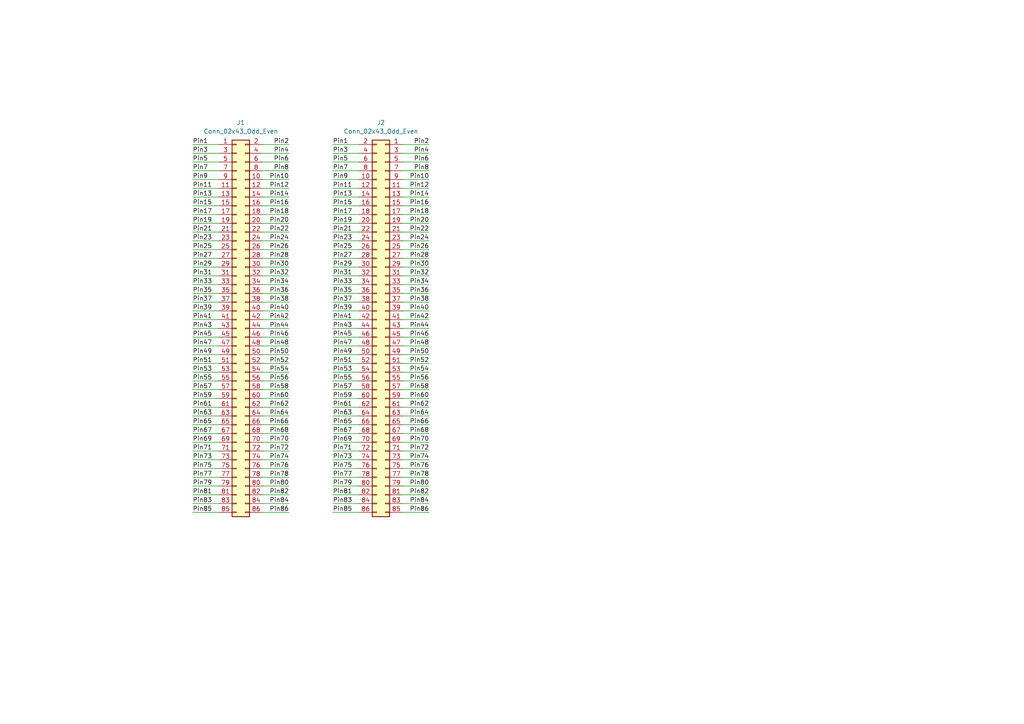
<source format=kicad_sch>
(kicad_sch (version 20231120) (generator "eeschema") (generator_version "8.0")
  (paper "A4")
  (lib_symbols
    (symbol "connectors:Conn_02x43_Odd_Even" (pin_names (offset 1.016) hide)
      (property "Reference" "J" (at 1.27 50.8 0))
      (property "Value" "Conn_02x43_Odd_Even" (at 1.016 -61.722 0))
      (symbol "Conn_02x43_Odd_Even_1_1"
        (rectangle (start -1.2833 -58.2784) (end -0.0133 -58.5324) (stroke (width 0.1524)))
        (rectangle (start -1.2833 -55.7384) (end -0.0133 -55.9924) (stroke (width 0.1524)))
        (rectangle (start -1.2833 -53.1984) (end -0.0133 -53.4524) (stroke (width 0.1524)))
        (rectangle (start -1.27 -50.673) (end 0 -50.927) (stroke (width 0.1524)))
        (rectangle (start -1.27 -48.133) (end 0 -48.387) (stroke (width 0.1524)))
        (rectangle (start -1.27 -45.593) (end 0 -45.847) (stroke (width 0.1524)))
        (rectangle (start -1.27 -43.053) (end 0 -43.307) (stroke (width 0.1524)))
        (rectangle (start -1.27 -40.513) (end 0 -40.767) (stroke (width 0.1524)))
        (rectangle (start -1.27 -37.973) (end 0 -38.227) (stroke (width 0.1524)))
        (rectangle (start -1.27 -35.433) (end 0 -35.687) (stroke (width 0.1524)))
        (rectangle (start -1.27 -32.893) (end 0 -33.147) (stroke (width 0.1524)))
        (rectangle (start -1.27 -30.353) (end 0 -30.607) (stroke (width 0.1524)))
        (rectangle (start -1.27 -27.813) (end 0 -28.067) (stroke (width 0.1524)))
        (rectangle (start -1.27 -25.273) (end 0 -25.527) (stroke (width 0.1524)))
        (rectangle (start -1.27 -22.733) (end 0 -22.987) (stroke (width 0.1524)))
        (rectangle (start -1.27 -20.193) (end 0 -20.447) (stroke (width 0.1524)))
        (rectangle (start -1.27 -17.653) (end 0 -17.907) (stroke (width 0.1524)))
        (rectangle (start -1.27 -15.113) (end 0 -15.367) (stroke (width 0.1524)))
        (rectangle (start -1.27 -12.573) (end 0 -12.827) (stroke (width 0.1524)))
        (rectangle (start -1.27 -10.033) (end 0 -10.287) (stroke (width 0.1524)))
        (rectangle (start -1.27 -7.493) (end 0 -7.747) (stroke (width 0.1524)))
        (rectangle (start -1.27 -4.953) (end 0 -5.207) (stroke (width 0.1524)))
        (rectangle (start -1.27 -2.413) (end 0 -2.667) (stroke (width 0.1524)))
        (rectangle (start -1.27 0.127) (end 0 -0.127) (stroke (width 0.1524)))
        (rectangle (start -1.27 2.667) (end 0 2.413) (stroke (width 0.1524)))
        (rectangle (start -1.27 5.207) (end 0 4.953) (stroke (width 0.1524)))
        (rectangle (start -1.27 7.747) (end 0 7.493) (stroke (width 0.1524)))
        (rectangle (start -1.27 10.287) (end 0 10.033) (stroke (width 0.1524)))
        (rectangle (start -1.27 12.827) (end 0 12.573) (stroke (width 0.1524)))
        (rectangle (start -1.27 15.367) (end 0 15.113) (stroke (width 0.1524)))
        (rectangle (start -1.27 17.907) (end 0 17.653) (stroke (width 0.1524)))
        (rectangle (start -1.27 20.447) (end 0 20.193) (stroke (width 0.1524)))
        (rectangle (start -1.27 22.987) (end 0 22.733) (stroke (width 0.1524)))
        (rectangle (start -1.27 25.527) (end 0 25.273) (stroke (width 0.1524)))
        (rectangle (start -1.27 28.067) (end 0 27.813) (stroke (width 0.1524)))
        (rectangle (start -1.27 30.607) (end 0 30.353) (stroke (width 0.1524)))
        (rectangle (start -1.27 33.147) (end 0 32.893) (stroke (width 0.1524)))
        (rectangle (start -1.27 35.687) (end 0 35.433) (stroke (width 0.1524)))
        (rectangle (start -1.27 38.227) (end 0 37.973) (stroke (width 0.1524)))
        (rectangle (start -1.27 40.767) (end 0 40.513) (stroke (width 0.1524)))
        (rectangle (start -1.27 43.307) (end 0 43.053) (stroke (width 0.1524)))
        (rectangle (start -1.27 45.847) (end 0 45.593) (stroke (width 0.1524)))
        (rectangle (start -1.27 48.387) (end 0 48.133) (stroke (width 0.1524)))
        (rectangle (start -1.27 49.53) (end 3.81 -59.69) (stroke (width 0.254)) (fill (type background)))
        (rectangle (start 2.5267 -58.2784) (end 3.7967 -58.5324) (stroke (width 0.1524)))
        (rectangle (start 2.5267 -55.7384) (end 3.7967 -55.9924) (stroke (width 0.1524)))
        (rectangle (start 2.5267 -53.1984) (end 3.7967 -53.4524) (stroke (width 0.1524)))
        (rectangle (start 2.54 -50.673) (end 3.81 -50.927) (stroke (width 0.1524)))
        (rectangle (start 3.81 -48.133) (end 2.54 -48.387) (stroke (width 0.1524)))
        (rectangle (start 3.81 -45.593) (end 2.54 -45.847) (stroke (width 0.1524)))
        (rectangle (start 3.81 -43.053) (end 2.54 -43.307) (stroke (width 0.1524)))
        (rectangle (start 3.81 -40.513) (end 2.54 -40.767) (stroke (width 0.1524)))
        (rectangle (start 3.81 -37.973) (end 2.54 -38.227) (stroke (width 0.1524)))
        (rectangle (start 3.81 -35.433) (end 2.54 -35.687) (stroke (width 0.1524)))
        (rectangle (start 3.81 -32.893) (end 2.54 -33.147) (stroke (width 0.1524)))
        (rectangle (start 3.81 -30.353) (end 2.54 -30.607) (stroke (width 0.1524)))
        (rectangle (start 3.81 -27.813) (end 2.54 -28.067) (stroke (width 0.1524)))
        (rectangle (start 3.81 -25.273) (end 2.54 -25.527) (stroke (width 0.1524)))
        (rectangle (start 3.81 -22.733) (end 2.54 -22.987) (stroke (width 0.1524)))
        (rectangle (start 3.81 -20.193) (end 2.54 -20.447) (stroke (width 0.1524)))
        (rectangle (start 3.81 -17.653) (end 2.54 -17.907) (stroke (width 0.1524)))
        (rectangle (start 3.81 -15.113) (end 2.54 -15.367) (stroke (width 0.1524)))
        (rectangle (start 3.81 -12.573) (end 2.54 -12.827) (stroke (width 0.1524)))
        (rectangle (start 3.81 -10.033) (end 2.54 -10.287) (stroke (width 0.1524)))
        (rectangle (start 3.81 -7.493) (end 2.54 -7.747) (stroke (width 0.1524)))
        (rectangle (start 3.81 -4.953) (end 2.54 -5.207) (stroke (width 0.1524)))
        (rectangle (start 3.81 -2.413) (end 2.54 -2.667) (stroke (width 0.1524)))
        (rectangle (start 3.81 0.127) (end 2.54 -0.127) (stroke (width 0.1524)))
        (rectangle (start 3.81 2.667) (end 2.54 2.413) (stroke (width 0.1524)))
        (rectangle (start 3.81 5.207) (end 2.54 4.953) (stroke (width 0.1524)))
        (rectangle (start 3.81 7.747) (end 2.54 7.493) (stroke (width 0.1524)))
        (rectangle (start 3.81 10.287) (end 2.54 10.033) (stroke (width 0.1524)))
        (rectangle (start 3.81 12.827) (end 2.54 12.573) (stroke (width 0.1524)))
        (rectangle (start 3.81 15.367) (end 2.54 15.113) (stroke (width 0.1524)))
        (rectangle (start 3.81 17.907) (end 2.54 17.653) (stroke (width 0.1524)))
        (rectangle (start 3.81 20.447) (end 2.54 20.193) (stroke (width 0.1524)))
        (rectangle (start 3.81 22.987) (end 2.54 22.733) (stroke (width 0.1524)))
        (rectangle (start 3.81 25.527) (end 2.54 25.273) (stroke (width 0.1524)))
        (rectangle (start 3.81 28.067) (end 2.54 27.813) (stroke (width 0.1524)))
        (rectangle (start 3.81 30.607) (end 2.54 30.353) (stroke (width 0.1524)))
        (rectangle (start 3.81 33.147) (end 2.54 32.893) (stroke (width 0.1524)))
        (rectangle (start 3.81 35.687) (end 2.54 35.433) (stroke (width 0.1524)))
        (rectangle (start 3.81 38.227) (end 2.54 37.973) (stroke (width 0.1524)))
        (rectangle (start 3.81 40.767) (end 2.54 40.513) (stroke (width 0.1524)))
        (rectangle (start 3.81 43.307) (end 2.54 43.053) (stroke (width 0.1524)))
        (rectangle (start 3.81 45.847) (end 2.54 45.593) (stroke (width 0.1524)))
        (rectangle (start 3.81 48.387) (end 2.54 48.133) (stroke (width 0.1524)))
        (pin passive line (at -5.08 48.26 0) (length 3.81) (name "Pin_1") (number "1"))
        (pin passive line (at 7.62 38.1 180) (length 3.81) (name "Pin_10") (number "10"))
        (pin passive line (at -5.08 35.56 0) (length 3.81) (name "Pin_11") (number "11"))
        (pin passive line (at 7.62 35.56 180) (length 3.81) (name "Pin_12") (number "12"))
        (pin passive line (at -5.08 33.02 0) (length 3.81) (name "Pin_13") (number "13"))
        (pin passive line (at 7.62 33.02 180) (length 3.81) (name "Pin_14") (number "14"))
        (pin passive line (at -5.08 30.48 0) (length 3.81) (name "Pin_15") (number "15"))
        (pin passive line (at 7.62 30.48 180) (length 3.81) (name "Pin_16") (number "16"))
        (pin passive line (at -5.08 27.94 0) (length 3.81) (name "Pin_17") (number "17"))
        (pin passive line (at 7.62 27.94 180) (length 3.81) (name "Pin_18") (number "18"))
        (pin passive line (at -5.08 25.4 0) (length 3.81) (name "Pin_19") (number "19"))
        (pin passive line (at 7.62 48.26 180) (length 3.81) (name "Pin_2") (number "2"))
        (pin passive line (at 7.62 25.4 180) (length 3.81) (name "Pin_20") (number "20"))
        (pin passive line (at -5.08 22.86 0) (length 3.81) (name "Pin_21") (number "21"))
        (pin passive line (at 7.62 22.86 180) (length 3.81) (name "Pin_22") (number "22"))
        (pin passive line (at -5.08 20.32 0) (length 3.81) (name "Pin_23") (number "23"))
        (pin passive line (at 7.62 20.32 180) (length 3.81) (name "Pin_24") (number "24"))
        (pin passive line (at -5.08 17.78 0) (length 3.81) (name "Pin_25") (number "25"))
        (pin passive line (at 7.62 17.78 180) (length 3.81) (name "Pin_26") (number "26"))
        (pin passive line (at -5.08 15.24 0) (length 3.81) (name "Pin_27") (number "27"))
        (pin passive line (at 7.62 15.24 180) (length 3.81) (name "Pin_28") (number "28"))
        (pin passive line (at -5.08 12.7 0) (length 3.81) (name "Pin_29") (number "29"))
        (pin passive line (at -5.08 45.72 0) (length 3.81) (name "Pin_3") (number "3"))
        (pin passive line (at 7.62 12.7 180) (length 3.81) (name "Pin_30") (number "30"))
        (pin passive line (at -5.08 10.16 0) (length 3.81) (name "Pin_31") (number "31"))
        (pin passive line (at 7.62 10.16 180) (length 3.81) (name "Pin_32") (number "32"))
        (pin passive line (at -5.08 7.62 0) (length 3.81) (name "Pin_33") (number "33"))
        (pin passive line (at 7.62 7.62 180) (length 3.81) (name "Pin_34") (number "34"))
        (pin passive line (at -5.08 5.08 0) (length 3.81) (name "Pin_35") (number "35"))
        (pin passive line (at 7.62 5.08 180) (length 3.81) (name "Pin_36") (number "36"))
        (pin passive line (at -5.08 2.54 0) (length 3.81) (name "Pin_37") (number "37"))
        (pin passive line (at 7.62 2.54 180) (length 3.81) (name "Pin_38") (number "38"))
        (pin passive line (at -5.08 0 0) (length 3.81) (name "Pin_39") (number "39"))
        (pin passive line (at 7.62 45.72 180) (length 3.81) (name "Pin_4") (number "4"))
        (pin passive line (at 7.62 0 180) (length 3.81) (name "Pin_40") (number "40"))
        (pin passive line (at -5.08 -2.54 0) (length 3.81) (name "Pin_41") (number "41"))
        (pin passive line (at 7.62 -2.54 180) (length 3.81) (name "Pin_42") (number "42"))
        (pin passive line (at -5.08 -5.08 0) (length 3.81) (name "Pin_43") (number "43"))
        (pin passive line (at 7.62 -5.08 180) (length 3.81) (name "Pin_44") (number "44"))
        (pin passive line (at -5.08 -7.62 0) (length 3.81) (name "Pin_45") (number "45"))
        (pin passive line (at 7.62 -7.62 180) (length 3.81) (name "Pin_46") (number "46"))
        (pin passive line (at -5.08 -10.16 0) (length 3.81) (name "Pin_47") (number "47"))
        (pin passive line (at 7.62 -10.16 180) (length 3.81) (name "Pin_48") (number "48"))
        (pin passive line (at -5.08 -12.7 0) (length 3.81) (name "Pin_49") (number "49"))
        (pin passive line (at -5.08 43.18 0) (length 3.81) (name "Pin_5") (number "5"))
        (pin passive line (at 7.62 -12.7 180) (length 3.81) (name "Pin_50") (number "50"))
        (pin passive line (at -5.08 -15.24 0) (length 3.81) (name "Pin_51") (number "51"))
        (pin passive line (at 7.62 -15.24 180) (length 3.81) (name "Pin_52") (number "52"))
        (pin passive line (at -5.08 -17.78 0) (length 3.81) (name "Pin_53") (number "53"))
        (pin passive line (at 7.62 -17.78 180) (length 3.81) (name "Pin_54") (number "54"))
        (pin passive line (at -5.08 -20.32 0) (length 3.81) (name "Pin_55") (number "55"))
        (pin passive line (at 7.62 -20.32 180) (length 3.81) (name "Pin_56") (number "56"))
        (pin passive line (at -5.08 -22.86 0) (length 3.81) (name "Pin_57") (number "57"))
        (pin passive line (at 7.62 -22.86 180) (length 3.81) (name "Pin_58") (number "58"))
        (pin passive line (at -5.08 -25.4 0) (length 3.81) (name "Pin_59") (number "59"))
        (pin passive line (at 7.62 43.18 180) (length 3.81) (name "Pin_6") (number "6"))
        (pin passive line (at 7.62 -25.4 180) (length 3.81) (name "Pin_60") (number "60"))
        (pin passive line (at -5.08 -27.94 0) (length 3.81) (name "Pin_61") (number "61"))
        (pin passive line (at 7.62 -27.94 180) (length 3.81) (name "Pin_62") (number "62"))
        (pin passive line (at -5.08 -30.48 0) (length 3.81) (name "Pin_63") (number "63"))
        (pin passive line (at 7.62 -30.48 180) (length 3.81) (name "Pin_64") (number "64"))
        (pin passive line (at -5.08 -33.02 0) (length 3.81) (name "Pin_65") (number "65"))
        (pin passive line (at 7.62 -33.02 180) (length 3.81) (name "Pin_66") (number "66"))
        (pin passive line (at -5.08 -35.56 0) (length 3.81) (name "Pin_67") (number "67"))
        (pin passive line (at 7.62 -35.56 180) (length 3.81) (name "Pin_68") (number "68"))
        (pin passive line (at -5.08 -38.1 0) (length 3.81) (name "Pin_69") (number "69"))
        (pin passive line (at -5.08 40.64 0) (length 3.81) (name "Pin_7") (number "7"))
        (pin passive line (at 7.62 -38.1 180) (length 3.81) (name "Pin_70") (number "70"))
        (pin passive line (at -5.08 -40.64 0) (length 3.81) (name "Pin_71") (number "71"))
        (pin passive line (at 7.62 -40.64 180) (length 3.81) (name "Pin_72") (number "72"))
        (pin passive line (at -5.08 -43.18 0) (length 3.81) (name "Pin_73") (number "73"))
        (pin passive line (at 7.62 -43.18 180) (length 3.81) (name "Pin_74") (number "74"))
        (pin passive line (at -5.08 -45.72 0) (length 3.81) (name "Pin_75") (number "75"))
        (pin passive line (at 7.62 -45.72 180) (length 3.81) (name "Pin_76") (number "76"))
        (pin passive line (at -5.08 -48.26 0) (length 3.81) (name "Pin_77") (number "77"))
        (pin passive line (at 7.62 -48.26 180) (length 3.81) (name "Pin_78") (number "78"))
        (pin passive line (at -5.08 -50.8 0) (length 3.81) (name "Pin_79") (number "79"))
        (pin passive line (at 7.62 40.64 180) (length 3.81) (name "Pin_8") (number "8"))
        (pin passive line (at 7.62 -50.8 180) (length 3.81) (name "Pin_80") (number "80"))
        (pin passive line (at -5.08 -53.34 0) (length 3.81) (name "Pin_81") (number "81"))
        (pin passive line (at 7.62 -53.34 180) (length 3.81) (name "Pin_82") (number "82"))
        (pin passive line (at -5.08 -55.88 0) (length 3.81) (name "Pin_83") (number "83"))
        (pin passive line (at 7.62 -55.88 180) (length 3.81) (name "Pin_84") (number "84"))
        (pin passive line (at -5.08 -58.42 0) (length 3.81) (name "Pin_85") (number "85"))
        (pin passive line (at 7.62 -58.42 180) (length 3.81) (name "Pin_86") (number "86"))
        (pin passive line (at -5.08 38.1 0) (length 3.81) (name "Pin_9") (number "9"))
      )
    )
  )
  (wire (pts (xy 116.84 135.89) (xy 124.46 135.89)))
  (wire (pts (xy 76.2 113.03) (xy 83.82 113.03)))
  (wire (pts (xy 96.52 59.69) (xy 104.14 59.69)))
  (wire (pts (xy 55.88 113.03) (xy 63.5 113.03)))
  (wire (pts (xy 96.52 52.07) (xy 104.14 52.07)))
  (wire (pts (xy 96.52 85.09) (xy 104.14 85.09)))
  (wire (pts (xy 55.88 100.33) (xy 63.5 100.33)))
  (wire (pts (xy 55.88 125.73) (xy 63.5 125.73)))
  (wire (pts (xy 116.84 97.79) (xy 124.46 97.79)))
  (wire (pts (xy 96.52 77.47) (xy 104.14 77.47)))
  (wire (pts (xy 116.84 128.27) (xy 124.46 128.27)))
  (wire (pts (xy 76.2 102.87) (xy 83.82 102.87)))
  (wire (pts (xy 76.2 125.73) (xy 83.82 125.73)))
  (wire (pts (xy 116.84 130.81) (xy 124.46 130.81)))
  (wire (pts (xy 116.84 107.95) (xy 124.46 107.95)))
  (wire (pts (xy 96.52 135.89) (xy 104.14 135.89)))
  (wire (pts (xy 96.52 46.99) (xy 104.14 46.99)))
  (wire (pts (xy 96.52 130.81) (xy 104.14 130.81)))
  (wire (pts (xy 116.84 143.51) (xy 124.46 143.51)))
  (wire (pts (xy 116.84 105.41) (xy 124.46 105.41)))
  (wire (pts (xy 55.88 54.61) (xy 63.5 54.61)))
  (wire (pts (xy 55.88 128.27) (xy 63.5 128.27)))
  (wire (pts (xy 76.2 130.81) (xy 83.82 130.81)))
  (wire (pts (xy 55.88 74.93) (xy 63.5 74.93)))
  (wire (pts (xy 96.52 118.11) (xy 104.14 118.11)))
  (wire (pts (xy 116.84 113.03) (xy 124.46 113.03)))
  (wire (pts (xy 76.2 90.17) (xy 83.82 90.17)))
  (wire (pts (xy 76.2 148.59) (xy 83.82 148.59)))
  (wire (pts (xy 96.52 138.43) (xy 104.14 138.43)))
  (wire (pts (xy 76.2 92.71) (xy 83.82 92.71)))
  (wire (pts (xy 76.2 62.23) (xy 83.82 62.23)))
  (wire (pts (xy 55.88 105.41) (xy 63.5 105.41)))
  (wire (pts (xy 76.2 57.15) (xy 83.82 57.15)))
  (wire (pts (xy 55.88 92.71) (xy 63.5 92.71)))
  (wire (pts (xy 96.52 115.57) (xy 104.14 115.57)))
  (wire (pts (xy 116.84 118.11) (xy 124.46 118.11)))
  (wire (pts (xy 55.88 118.11) (xy 63.5 118.11)))
  (wire (pts (xy 116.84 54.61) (xy 124.46 54.61)))
  (wire (pts (xy 96.52 125.73) (xy 104.14 125.73)))
  (wire (pts (xy 116.84 52.07) (xy 124.46 52.07)))
  (wire (pts (xy 55.88 49.53) (xy 63.5 49.53)))
  (wire (pts (xy 116.84 138.43) (xy 124.46 138.43)))
  (wire (pts (xy 55.88 52.07) (xy 63.5 52.07)))
  (wire (pts (xy 76.2 80.01) (xy 83.82 80.01)))
  (wire (pts (xy 55.88 133.35) (xy 63.5 133.35)))
  (wire (pts (xy 96.52 95.25) (xy 104.14 95.25)))
  (wire (pts (xy 76.2 118.11) (xy 83.82 118.11)))
  (wire (pts (xy 55.88 57.15) (xy 63.5 57.15)))
  (wire (pts (xy 76.2 67.31) (xy 83.82 67.31)))
  (wire (pts (xy 76.2 95.25) (xy 83.82 95.25)))
  (wire (pts (xy 116.84 62.23) (xy 124.46 62.23)))
  (wire (pts (xy 96.52 107.95) (xy 104.14 107.95)))
  (wire (pts (xy 76.2 52.07) (xy 83.82 52.07)))
  (wire (pts (xy 116.84 115.57) (xy 124.46 115.57)))
  (wire (pts (xy 76.2 110.49) (xy 83.82 110.49)))
  (wire (pts (xy 76.2 138.43) (xy 83.82 138.43)))
  (wire (pts (xy 76.2 97.79) (xy 83.82 97.79)))
  (wire (pts (xy 96.52 133.35) (xy 104.14 133.35)))
  (wire (pts (xy 96.52 49.53) (xy 104.14 49.53)))
  (wire (pts (xy 55.88 97.79) (xy 63.5 97.79)))
  (wire (pts (xy 76.2 128.27) (xy 83.82 128.27)))
  (wire (pts (xy 96.52 100.33) (xy 104.14 100.33)))
  (wire (pts (xy 76.2 41.91) (xy 83.82 41.91)))
  (wire (pts (xy 116.84 133.35) (xy 124.46 133.35)))
  (wire (pts (xy 96.52 57.15) (xy 104.14 57.15)))
  (wire (pts (xy 55.88 85.09) (xy 63.5 85.09)))
  (wire (pts (xy 96.52 92.71) (xy 104.14 92.71)))
  (wire (pts (xy 55.88 72.39) (xy 63.5 72.39)))
  (wire (pts (xy 116.84 64.77) (xy 124.46 64.77)))
  (wire (pts (xy 76.2 74.93) (xy 83.82 74.93)))
  (wire (pts (xy 96.52 97.79) (xy 104.14 97.79)))
  (wire (pts (xy 55.88 148.59) (xy 63.5 148.59)))
  (wire (pts (xy 55.88 95.25) (xy 63.5 95.25)))
  (wire (pts (xy 96.52 148.59) (xy 104.14 148.59)))
  (wire (pts (xy 76.2 107.95) (xy 83.82 107.95)))
  (wire (pts (xy 116.84 110.49) (xy 124.46 110.49)))
  (wire (pts (xy 116.84 123.19) (xy 124.46 123.19)))
  (wire (pts (xy 55.88 41.91) (xy 63.5 41.91)))
  (wire (pts (xy 96.52 67.31) (xy 104.14 67.31)))
  (wire (pts (xy 55.88 67.31) (xy 63.5 67.31)))
  (wire (pts (xy 96.52 105.41) (xy 104.14 105.41)))
  (wire (pts (xy 76.2 115.57) (xy 83.82 115.57)))
  (wire (pts (xy 76.2 100.33) (xy 83.82 100.33)))
  (wire (pts (xy 76.2 77.47) (xy 83.82 77.47)))
  (wire (pts (xy 116.84 57.15) (xy 124.46 57.15)))
  (wire (pts (xy 76.2 72.39) (xy 83.82 72.39)))
  (wire (pts (xy 76.2 82.55) (xy 83.82 82.55)))
  (wire (pts (xy 116.84 92.71) (xy 124.46 92.71)))
  (wire (pts (xy 116.84 49.53) (xy 124.46 49.53)))
  (wire (pts (xy 76.2 69.85) (xy 83.82 69.85)))
  (wire (pts (xy 76.2 44.45) (xy 83.82 44.45)))
  (wire (pts (xy 116.84 87.63) (xy 124.46 87.63)))
  (wire (pts (xy 76.2 105.41) (xy 83.82 105.41)))
  (wire (pts (xy 116.84 146.05) (xy 124.46 146.05)))
  (wire (pts (xy 76.2 123.19) (xy 83.82 123.19)))
  (wire (pts (xy 96.52 143.51) (xy 104.14 143.51)))
  (wire (pts (xy 76.2 120.65) (xy 83.82 120.65)))
  (wire (pts (xy 116.84 41.91) (xy 124.46 41.91)))
  (wire (pts (xy 55.88 120.65) (xy 63.5 120.65)))
  (wire (pts (xy 55.88 69.85) (xy 63.5 69.85)))
  (wire (pts (xy 55.88 130.81) (xy 63.5 130.81)))
  (wire (pts (xy 55.88 102.87) (xy 63.5 102.87)))
  (wire (pts (xy 96.52 90.17) (xy 104.14 90.17)))
  (wire (pts (xy 116.84 140.97) (xy 124.46 140.97)))
  (wire (pts (xy 76.2 59.69) (xy 83.82 59.69)))
  (wire (pts (xy 55.88 143.51) (xy 63.5 143.51)))
  (wire (pts (xy 76.2 87.63) (xy 83.82 87.63)))
  (wire (pts (xy 116.84 90.17) (xy 124.46 90.17)))
  (wire (pts (xy 55.88 64.77) (xy 63.5 64.77)))
  (wire (pts (xy 55.88 115.57) (xy 63.5 115.57)))
  (wire (pts (xy 116.84 100.33) (xy 124.46 100.33)))
  (wire (pts (xy 55.88 90.17) (xy 63.5 90.17)))
  (wire (pts (xy 116.84 80.01) (xy 124.46 80.01)))
  (wire (pts (xy 116.84 125.73) (xy 124.46 125.73)))
  (wire (pts (xy 96.52 87.63) (xy 104.14 87.63)))
  (wire (pts (xy 55.88 135.89) (xy 63.5 135.89)))
  (wire (pts (xy 96.52 128.27) (xy 104.14 128.27)))
  (wire (pts (xy 116.84 120.65) (xy 124.46 120.65)))
  (wire (pts (xy 76.2 135.89) (xy 83.82 135.89)))
  (wire (pts (xy 55.88 62.23) (xy 63.5 62.23)))
  (wire (pts (xy 55.88 87.63) (xy 63.5 87.63)))
  (wire (pts (xy 116.84 82.55) (xy 124.46 82.55)))
  (wire (pts (xy 55.88 80.01) (xy 63.5 80.01)))
  (wire (pts (xy 96.52 123.19) (xy 104.14 123.19)))
  (wire (pts (xy 55.88 123.19) (xy 63.5 123.19)))
  (wire (pts (xy 116.84 59.69) (xy 124.46 59.69)))
  (wire (pts (xy 116.84 69.85) (xy 124.46 69.85)))
  (wire (pts (xy 76.2 46.99) (xy 83.82 46.99)))
  (wire (pts (xy 96.52 62.23) (xy 104.14 62.23)))
  (wire (pts (xy 55.88 146.05) (xy 63.5 146.05)))
  (wire (pts (xy 116.84 44.45) (xy 124.46 44.45)))
  (wire (pts (xy 116.84 67.31) (xy 124.46 67.31)))
  (wire (pts (xy 96.52 120.65) (xy 104.14 120.65)))
  (wire (pts (xy 76.2 133.35) (xy 83.82 133.35)))
  (wire (pts (xy 96.52 80.01) (xy 104.14 80.01)))
  (wire (pts (xy 76.2 146.05) (xy 83.82 146.05)))
  (wire (pts (xy 76.2 85.09) (xy 83.82 85.09)))
  (wire (pts (xy 55.88 82.55) (xy 63.5 82.55)))
  (wire (pts (xy 116.84 102.87) (xy 124.46 102.87)))
  (wire (pts (xy 116.84 95.25) (xy 124.46 95.25)))
  (wire (pts (xy 96.52 69.85) (xy 104.14 69.85)))
  (wire (pts (xy 96.52 140.97) (xy 104.14 140.97)))
  (wire (pts (xy 96.52 54.61) (xy 104.14 54.61)))
  (wire (pts (xy 96.52 64.77) (xy 104.14 64.77)))
  (wire (pts (xy 76.2 49.53) (xy 83.82 49.53)))
  (wire (pts (xy 96.52 102.87) (xy 104.14 102.87)))
  (wire (pts (xy 116.84 148.59) (xy 124.46 148.59)))
  (wire (pts (xy 76.2 140.97) (xy 83.82 140.97)))
  (wire (pts (xy 96.52 72.39) (xy 104.14 72.39)))
  (wire (pts (xy 55.88 59.69) (xy 63.5 59.69)))
  (wire (pts (xy 116.84 77.47) (xy 124.46 77.47)))
  (wire (pts (xy 96.52 41.91) (xy 104.14 41.91)))
  (wire (pts (xy 55.88 140.97) (xy 63.5 140.97)))
  (wire (pts (xy 96.52 146.05) (xy 104.14 146.05)))
  (wire (pts (xy 96.52 44.45) (xy 104.14 44.45)))
  (wire (pts (xy 116.84 72.39) (xy 124.46 72.39)))
  (wire (pts (xy 116.84 74.93) (xy 124.46 74.93)))
  (wire (pts (xy 96.52 110.49) (xy 104.14 110.49)))
  (wire (pts (xy 96.52 82.55) (xy 104.14 82.55)))
  (wire (pts (xy 76.2 54.61) (xy 83.82 54.61)))
  (wire (pts (xy 55.88 44.45) (xy 63.5 44.45)))
  (wire (pts (xy 55.88 138.43) (xy 63.5 138.43)))
  (wire (pts (xy 116.84 46.99) (xy 124.46 46.99)))
  (wire (pts (xy 55.88 46.99) (xy 63.5 46.99)))
  (wire (pts (xy 96.52 113.03) (xy 104.14 113.03)))
  (wire (pts (xy 76.2 64.77) (xy 83.82 64.77)))
  (wire (pts (xy 76.2 143.51) (xy 83.82 143.51)))
  (wire (pts (xy 55.88 107.95) (xy 63.5 107.95)))
  (wire (pts (xy 96.52 74.93) (xy 104.14 74.93)))
  (wire (pts (xy 116.84 85.09) (xy 124.46 85.09)))
  (wire (pts (xy 55.88 77.47) (xy 63.5 77.47)))
  (wire (pts (xy 55.88 110.49) (xy 63.5 110.49)))
  (label "Pin21" (at 55.88 67.31 0))
  (label "Pin12" (at 83.82 54.61 180))
  (label "Pin70" (at 83.82 128.27 180))
  (label "Pin66" (at 124.46 123.19 180))
  (label "Pin40" (at 124.46 90.17 180))
  (label "Pin62" (at 83.82 118.11 180))
  (label "Pin19" (at 96.52 64.77 0))
  (label "Pin77" (at 96.52 138.43 0))
  (label "Pin12" (at 124.46 54.61 180))
  (label "Pin61" (at 55.88 118.11 0))
  (label "Pin48" (at 83.82 100.33 180))
  (label "Pin57" (at 96.52 113.03 0))
  (label "Pin19" (at 55.88 64.77 0))
  (label "Pin13" (at 96.52 57.15 0))
  (label "Pin46" (at 83.82 97.79 180))
  (label "Pin38" (at 124.46 87.63 180))
  (label "Pin33" (at 55.88 82.55 0))
  (label "Pin46" (at 124.46 97.79 180))
  (label "Pin39" (at 55.88 90.17 0))
  (label "Pin81" (at 55.88 143.51 0))
  (label "Pin71" (at 96.52 130.81 0))
  (label "Pin69" (at 96.52 128.27 0))
  (label "Pin81" (at 96.52 143.51 0))
  (label "Pin5" (at 96.52 46.99 0))
  (label "Pin59" (at 55.88 115.57 0))
  (label "Pin84" (at 83.82 146.05 180))
  (label "Pin9" (at 96.52 52.07 0))
  (label "Pin85" (at 55.88 148.59 0))
  (label "Pin63" (at 96.52 120.65 0))
  (label "Pin36" (at 124.46 85.09 180))
  (label "Pin6" (at 124.46 46.99 180))
  (label "Pin83" (at 96.52 146.05 0))
  (label "Pin30" (at 83.82 77.47 180))
  (label "Pin79" (at 96.52 140.97 0))
  (label "Pin32" (at 124.46 80.01 180))
  (label "Pin16" (at 124.46 59.69 180))
  (label "Pin56" (at 124.46 110.49 180))
  (label "Pin54" (at 124.46 107.95 180))
  (label "Pin28" (at 83.82 74.93 180))
  (label "Pin36" (at 83.82 85.09 180))
  (label "Pin27" (at 96.52 74.93 0))
  (label "Pin73" (at 55.88 133.35 0))
  (label "Pin47" (at 55.88 100.33 0))
  (label "Pin66" (at 83.82 123.19 180))
  (label "Pin77" (at 55.88 138.43 0))
  (label "Pin7" (at 55.88 49.53 0))
  (label "Pin18" (at 124.46 62.23 180))
  (label "Pin34" (at 83.82 82.55 180))
  (label "Pin48" (at 124.46 100.33 180))
  (label "Pin17" (at 55.88 62.23 0))
  (label "Pin49" (at 96.52 102.87 0))
  (label "Pin15" (at 96.52 59.69 0))
  (label "Pin30" (at 124.46 77.47 180))
  (label "Pin45" (at 55.88 97.79 0))
  (label "Pin53" (at 96.52 107.95 0))
  (label "Pin20" (at 124.46 64.77 180))
  (label "Pin7" (at 96.52 49.53 0))
  (label "Pin71" (at 55.88 130.81 0))
  (label "Pin26" (at 83.82 72.39 180))
  (label "Pin29" (at 96.52 77.47 0))
  (label "Pin13" (at 55.88 57.15 0))
  (label "Pin44" (at 83.82 95.25 180))
  (label "Pin3" (at 55.88 44.45 0))
  (label "Pin76" (at 124.46 135.89 180))
  (label "Pin72" (at 124.46 130.81 180))
  (label "Pin59" (at 96.52 115.57 0))
  (label "Pin43" (at 96.52 95.25 0))
  (label "Pin1" (at 55.88 41.91 0))
  (label "Pin10" (at 124.46 52.07 180))
  (label "Pin64" (at 124.46 120.65 180))
  (label "Pin37" (at 96.52 87.63 0))
  (label "Pin35" (at 96.52 85.09 0))
  (label "Pin85" (at 96.52 148.59 0))
  (label "Pin55" (at 96.52 110.49 0))
  (label "Pin14" (at 124.46 57.15 180))
  (label "Pin79" (at 55.88 140.97 0))
  (label "Pin32" (at 83.82 80.01 180))
  (label "Pin26" (at 124.46 72.39 180))
  (label "Pin67" (at 96.52 125.73 0))
  (label "Pin3" (at 96.52 44.45 0))
  (label "Pin44" (at 124.46 95.25 180))
  (label "Pin51" (at 96.52 105.41 0))
  (label "Pin50" (at 124.46 102.87 180))
  (label "Pin57" (at 55.88 113.03 0))
  (label "Pin6" (at 83.82 46.99 180))
  (label "Pin55" (at 55.88 110.49 0))
  (label "Pin45" (at 96.52 97.79 0))
  (label "Pin80" (at 83.82 140.97 180))
  (label "Pin1" (at 96.52 41.91 0))
  (label "Pin21" (at 96.52 67.31 0))
  (label "Pin80" (at 124.46 140.97 180))
  (label "Pin84" (at 124.46 146.05 180))
  (label "Pin49" (at 55.88 102.87 0))
  (label "Pin11" (at 96.52 54.61 0))
  (label "Pin73" (at 96.52 133.35 0))
  (label "Pin42" (at 83.82 92.71 180))
  (label "Pin18" (at 83.82 62.23 180))
  (label "Pin25" (at 96.52 72.39 0))
  (label "Pin43" (at 55.88 95.25 0))
  (label "Pin31" (at 96.52 80.01 0))
  (label "Pin53" (at 55.88 107.95 0))
  (label "Pin20" (at 83.82 64.77 180))
  (label "Pin29" (at 55.88 77.47 0))
  (label "Pin65" (at 96.52 123.19 0))
  (label "Pin52" (at 124.46 105.41 180))
  (label "Pin8" (at 124.46 49.53 180))
  (label "Pin22" (at 124.46 67.31 180))
  (label "Pin15" (at 55.88 59.69 0))
  (label "Pin51" (at 55.88 105.41 0))
  (label "Pin67" (at 55.88 125.73 0))
  (label "Pin54" (at 83.82 107.95 180))
  (label "Pin58" (at 83.82 113.03 180))
  (label "Pin35" (at 55.88 85.09 0))
  (label "Pin78" (at 83.82 138.43 180))
  (label "Pin78" (at 124.46 138.43 180))
  (label "Pin16" (at 83.82 59.69 180))
  (label "Pin2" (at 124.46 41.91 180))
  (label "Pin47" (at 96.52 100.33 0))
  (label "Pin82" (at 124.46 143.51 180))
  (label "Pin23" (at 96.52 69.85 0))
  (label "Pin25" (at 55.88 72.39 0))
  (label "Pin56" (at 83.82 110.49 180))
  (label "Pin23" (at 55.88 69.85 0))
  (label "Pin60" (at 124.46 115.57 180))
  (label "Pin65" (at 55.88 123.19 0))
  (label "Pin68" (at 83.82 125.73 180))
  (label "Pin40" (at 83.82 90.17 180))
  (label "Pin74" (at 83.82 133.35 180))
  (label "Pin86" (at 124.46 148.59 180))
  (label "Pin74" (at 124.46 133.35 180))
  (label "Pin58" (at 124.46 113.03 180))
  (label "Pin27" (at 55.88 74.93 0))
  (label "Pin24" (at 83.82 69.85 180))
  (label "Pin72" (at 83.82 130.81 180))
  (label "Pin86" (at 83.82 148.59 180))
  (label "Pin50" (at 83.82 102.87 180))
  (label "Pin41" (at 55.88 92.71 0))
  (label "Pin82" (at 83.82 143.51 180))
  (label "Pin17" (at 96.52 62.23 0))
  (label "Pin31" (at 55.88 80.01 0))
  (label "Pin39" (at 96.52 90.17 0))
  (label "Pin33" (at 96.52 82.55 0))
  (label "Pin75" (at 55.88 135.89 0))
  (label "Pin68" (at 124.46 125.73 180))
  (label "Pin62" (at 124.46 118.11 180))
  (label "Pin11" (at 55.88 54.61 0))
  (label "Pin69" (at 55.88 128.27 0))
  (label "Pin37" (at 55.88 87.63 0))
  (label "Pin75" (at 96.52 135.89 0))
  (label "Pin28" (at 124.46 74.93 180))
  (label "Pin9" (at 55.88 52.07 0))
  (label "Pin61" (at 96.52 118.11 0))
  (label "Pin63" (at 55.88 120.65 0))
  (label "Pin5" (at 55.88 46.99 0))
  (label "Pin76" (at 83.82 135.89 180))
  (label "Pin70" (at 124.46 128.27 180))
  (label "Pin60" (at 83.82 115.57 180))
  (label "Pin64" (at 83.82 120.65 180))
  (label "Pin4" (at 124.46 44.45 180))
  (label "Pin8" (at 83.82 49.53 180))
  (label "Pin10" (at 83.82 52.07 180))
  (label "Pin42" (at 124.46 92.71 180))
  (label "Pin41" (at 96.52 92.71 0))
  (label "Pin38" (at 83.82 87.63 180))
  (label "Pin22" (at 83.82 67.31 180))
  (label "Pin2" (at 83.82 41.91 180))
  (label "Pin52" (at 83.82 105.41 180))
  (label "Pin14" (at 83.82 57.15 180))
  (label "Pin34" (at 124.46 82.55 180))
  (label "Pin24" (at 124.46 69.85 180))
  (label "Pin83" (at 55.88 146.05 0))
  (label "Pin4" (at 83.82 44.45 180))
  (symbol (lib_id "connectors:Conn_02x43_Odd_Even") (at 111.76 90.17 0) (mirror y) (unit 1)
    (property "Reference" "J2" (at 110.49 35.56 0))
    (property "Value" "Conn_02x43_Odd_Even" (at 110.49 38.1 0))
    (property "Footprint" "Conn:EDGE_86_100" (effects (hide yes)))
    (property "Description" "Generic connector, double row, 02x40, odd/even pin numbering scheme (row 1 odd numbers, row 2 even numbers), script generated (kicad-library-utils/schlib/autogen/connector/)" (effects (hide yes)))
  )
  (symbol (lib_id "connectors:Conn_02x43_Odd_Even") (at 68.58 90.17 0) (unit 1)
    (property "Reference" "J1" (at 69.85 35.56 0))
    (property "Value" "Conn_02x43_Odd_Even" (at 69.85 38.1 0))
    (property "Footprint" "Conn:PinHeader_2x43_P2.54mm_Vertical" (effects (hide yes)))
    (property "Description" "Generic connector, double row, 02x40, odd/even pin numbering scheme (row 1 odd numbers, row 2 even numbers), script generated (kicad-library-utils/schlib/autogen/connector/)" (effects (hide yes)))
  )
)
</source>
